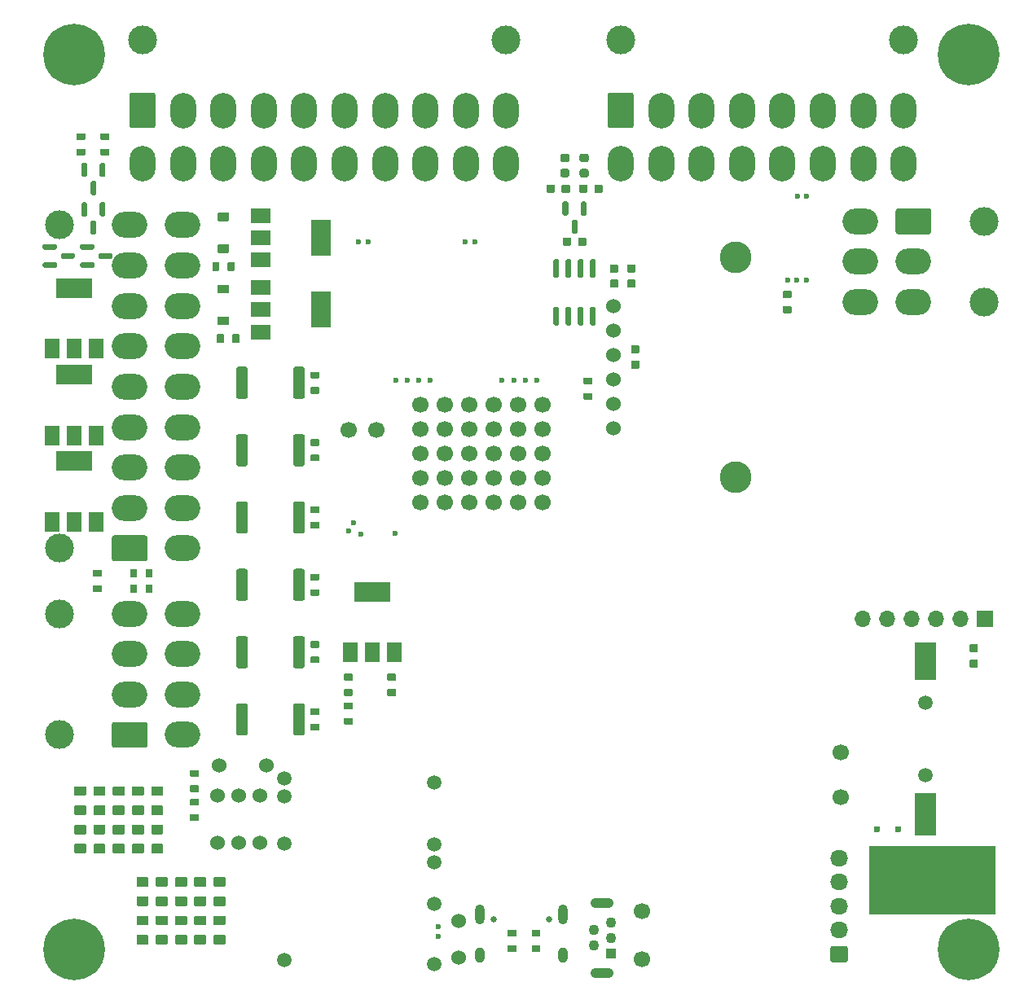
<source format=gbs>
G04 #@! TF.GenerationSoftware,KiCad,Pcbnew,7.0.10-7.0.10~ubuntu22.04.1*
G04 #@! TF.CreationDate,2024-01-14T14:03:04+00:00*
G04 #@! TF.ProjectId,uaefi,75616566-692e-46b6-9963-61645f706362,rev?*
G04 #@! TF.SameCoordinates,Original*
G04 #@! TF.FileFunction,Soldermask,Bot*
G04 #@! TF.FilePolarity,Negative*
%FSLAX46Y46*%
G04 Gerber Fmt 4.6, Leading zero omitted, Abs format (unit mm)*
G04 Created by KiCad (PCBNEW 7.0.10-7.0.10~ubuntu22.04.1) date 2024-01-14 14:03:04*
%MOMM*%
%LPD*%
G01*
G04 APERTURE LIST*
%ADD10C,0.120000*%
%ADD11C,3.000000*%
%ADD12O,2.700000X3.700000*%
%ADD13C,1.700000*%
%ADD14C,0.800000*%
%ADD15C,6.400000*%
%ADD16C,1.524000*%
%ADD17O,1.850000X1.700000*%
%ADD18C,0.600000*%
%ADD19R,1.100000X1.100000*%
%ADD20C,1.100000*%
%ADD21O,2.400000X1.100000*%
%ADD22C,1.500000*%
%ADD23C,0.599999*%
%ADD24O,3.700000X2.700000*%
%ADD25C,0.650000*%
%ADD26O,1.000000X2.100000*%
%ADD27O,1.000000X1.600000*%
%ADD28R,1.700000X1.700000*%
%ADD29O,1.700000X1.700000*%
%ADD30C,3.302000*%
%ADD31R,2.299995X4.399991*%
%ADD32R,2.299995X3.999992*%
%ADD33R,1.500000X2.000000*%
%ADD34R,3.800000X2.000000*%
%ADD35R,2.000000X1.500000*%
%ADD36R,2.000000X3.800000*%
G04 APERTURE END LIST*
G04 #@! TO.C,U5*
D10*
X99150000Y7225000D02*
X86150000Y7225000D01*
X86150000Y14225000D01*
X99150000Y14225000D01*
X99150000Y7225000D01*
G36*
X99150000Y7225000D02*
G01*
X86150000Y7225000D01*
X86150000Y14225000D01*
X99150000Y14225000D01*
X99150000Y7225000D01*
G37*
G04 #@! TD*
D11*
G04 #@! TO.C,J10*
X60300000Y98025000D03*
X89700000Y98025000D03*
G36*
G01*
X58950000Y89125001D02*
X58950000Y92324999D01*
G75*
G02*
X59200001Y92575000I250001J0D01*
G01*
X61399999Y92575000D01*
G75*
G02*
X61650000Y92324999I0J-250001D01*
G01*
X61650000Y89125001D01*
G75*
G02*
X61399999Y88875000I-250001J0D01*
G01*
X59200001Y88875000D01*
G75*
G02*
X58950000Y89125001I0J250001D01*
G01*
G37*
D12*
X64500000Y90725000D03*
X68700000Y90725000D03*
X72900000Y90725000D03*
X77100000Y90725000D03*
X81300000Y90725000D03*
X85500000Y90725000D03*
X89700000Y90725000D03*
X60300000Y85225000D03*
X64500000Y85225000D03*
X68700000Y85225000D03*
X72900000Y85225000D03*
X77100000Y85225000D03*
X81300000Y85225000D03*
X85500000Y85225000D03*
X89700000Y85225000D03*
G04 #@! TD*
D13*
G04 #@! TO.C,P8*
X83200000Y19300000D03*
G04 #@! TD*
D11*
G04 #@! TO.C,J2*
X10600000Y98025000D03*
X48400000Y98025000D03*
G36*
G01*
X9250000Y89125001D02*
X9250000Y92324999D01*
G75*
G02*
X9500001Y92575000I250001J0D01*
G01*
X11699999Y92575000D01*
G75*
G02*
X11950000Y92324999I0J-250001D01*
G01*
X11950000Y89125001D01*
G75*
G02*
X11699999Y88875000I-250001J0D01*
G01*
X9500001Y88875000D01*
G75*
G02*
X9250000Y89125001I0J250001D01*
G01*
G37*
D12*
X14800000Y90725000D03*
X19000000Y90725000D03*
X23200000Y90725000D03*
X27400000Y90725000D03*
X31600000Y90725000D03*
X35800000Y90725000D03*
X40000000Y90725000D03*
X44200000Y90725000D03*
X48400000Y90725000D03*
X10600000Y85225000D03*
X14800000Y85225000D03*
X19000000Y85225000D03*
X23200000Y85225000D03*
X27400000Y85225000D03*
X31600000Y85225000D03*
X35800000Y85225000D03*
X40000000Y85225000D03*
X44200000Y85225000D03*
X48400000Y85225000D03*
G04 #@! TD*
D13*
G04 #@! TO.C,P1*
X32000000Y57500000D03*
G04 #@! TD*
G04 #@! TO.C,P2*
X34900000Y57500000D03*
G04 #@! TD*
D14*
G04 #@! TO.C,H1*
X1100000Y96500000D03*
X1802944Y98197056D03*
X1802944Y94802944D03*
X3500000Y98900000D03*
D15*
X3500000Y96500000D03*
D14*
X3500000Y94100000D03*
X5197056Y98197056D03*
X5197056Y94802944D03*
X5900000Y96500000D03*
G04 #@! TD*
G04 #@! TO.C,H4*
X94100000Y96500000D03*
X94802944Y98197056D03*
X94802944Y94802944D03*
X96500000Y98900000D03*
D15*
X96500000Y96500000D03*
D14*
X96500000Y94100000D03*
X98197056Y98197056D03*
X98197056Y94802944D03*
X98900000Y96500000D03*
G04 #@! TD*
D16*
G04 #@! TO.C,F4*
X18400000Y19450000D03*
X18400000Y14550000D03*
G04 #@! TD*
G04 #@! TO.C,J7*
G36*
G01*
X83675000Y2150000D02*
X82325000Y2150000D01*
G75*
G02*
X82075000Y2400000I0J250000D01*
G01*
X82075000Y3600000D01*
G75*
G02*
X82325000Y3850000I250000J0D01*
G01*
X83675000Y3850000D01*
G75*
G02*
X83925000Y3600000I0J-250000D01*
G01*
X83925000Y2400000D01*
G75*
G02*
X83675000Y2150000I-250000J0D01*
G01*
G37*
D17*
X83000000Y5500000D03*
X83000000Y8000000D03*
X83000000Y10500000D03*
X83000000Y13000000D03*
G04 #@! TD*
D13*
G04 #@! TO.C,P4*
X62500000Y7500000D03*
G04 #@! TD*
D14*
G04 #@! TO.C,H2*
X1100000Y3500000D03*
X1802944Y5197056D03*
X1802944Y1802944D03*
X3500000Y5900000D03*
D15*
X3500000Y3500000D03*
D14*
X3500000Y1100000D03*
X5197056Y5197056D03*
X5197056Y1802944D03*
X5900000Y3500000D03*
G04 #@! TD*
D18*
G04 #@! TO.C,M3*
X49175000Y62675000D03*
X47975000Y62675000D03*
X50375000Y62675000D03*
X51575000Y62675000D03*
X45115000Y77100000D03*
X44115000Y77100000D03*
G04 #@! TD*
D19*
G04 #@! TO.C,J8*
X59250000Y3100000D03*
D20*
X57500000Y3900000D03*
X59250000Y4700000D03*
X57500000Y5500000D03*
X59250000Y6300000D03*
D21*
X58375000Y1050000D03*
X58375000Y8350000D03*
G04 #@! TD*
D16*
G04 #@! TO.C,F3*
X20600000Y19450000D03*
X20600000Y14550000D03*
G04 #@! TD*
D18*
G04 #@! TO.C,M2*
X79574999Y73125000D03*
X78624999Y73125000D03*
X77675001Y73125000D03*
X78674999Y81825000D03*
X79574999Y81825000D03*
G04 #@! TD*
D22*
G04 #@! TO.C,M1*
X40874995Y20824999D03*
X40874995Y14425002D03*
X40874995Y12524999D03*
X40874995Y8224999D03*
D18*
X41324994Y5825002D03*
X41324994Y4825001D03*
D22*
X40874995Y1974999D03*
X25374998Y21275001D03*
X25374998Y19425002D03*
X25374998Y14474999D03*
X25374998Y2425001D03*
G04 #@! TD*
D23*
G04 #@! TO.C,M7*
X31999999Y46975001D03*
X32524999Y47850003D03*
X33274997Y46674999D03*
X36824998Y46750002D03*
G04 #@! TD*
D11*
G04 #@! TO.C,J5*
X1975000Y45200000D03*
X1975000Y78800000D03*
G36*
G01*
X10874999Y43850000D02*
X7675001Y43850000D01*
G75*
G02*
X7425000Y44100001I0J250001D01*
G01*
X7425000Y46299999D01*
G75*
G02*
X7675001Y46550000I250001J0D01*
G01*
X10874999Y46550000D01*
G75*
G02*
X11125000Y46299999I0J-250001D01*
G01*
X11125000Y44100001D01*
G75*
G02*
X10874999Y43850000I-250001J0D01*
G01*
G37*
D24*
X9275000Y49400000D03*
X9275000Y53600000D03*
X9275000Y57800000D03*
X9275000Y62000000D03*
X9275000Y66200000D03*
X9275000Y70400000D03*
X9275000Y74600000D03*
X9275000Y78800000D03*
X14775000Y45200000D03*
X14775000Y49400000D03*
X14775000Y53600000D03*
X14775000Y57800000D03*
X14775000Y62000000D03*
X14775000Y66200000D03*
X14775000Y70400000D03*
X14775000Y74600000D03*
X14775000Y78800000D03*
G04 #@! TD*
D11*
G04 #@! TO.C,J3*
X98025000Y79200000D03*
X98025000Y70800000D03*
G36*
G01*
X89125001Y80550000D02*
X92324999Y80550000D01*
G75*
G02*
X92575000Y80299999I0J-250001D01*
G01*
X92575000Y78100001D01*
G75*
G02*
X92324999Y77850000I-250001J0D01*
G01*
X89125001Y77850000D01*
G75*
G02*
X88875000Y78100001I0J250001D01*
G01*
X88875000Y80299999D01*
G75*
G02*
X89125001Y80550000I250001J0D01*
G01*
G37*
D24*
X90725000Y75000000D03*
X90725000Y70800000D03*
X85225000Y79200000D03*
X85225000Y75000000D03*
X85225000Y70800000D03*
G04 #@! TD*
D16*
G04 #@! TO.C,F1*
X22800000Y19450000D03*
X22800000Y14550000D03*
G04 #@! TD*
D13*
G04 #@! TO.C,G3*
X39500000Y49960000D03*
X39500000Y52500000D03*
X39500000Y55040000D03*
X39500000Y57580000D03*
X39500000Y60120000D03*
X42040000Y49960000D03*
X42040000Y52500000D03*
X42040000Y55040000D03*
X42040000Y57580000D03*
X42040000Y60120000D03*
X44580000Y49960000D03*
X44580000Y52500000D03*
X44580000Y55040000D03*
X44580000Y57580000D03*
X44580000Y60120000D03*
G04 #@! TD*
G04 #@! TO.C,P3*
X62500000Y2500000D03*
G04 #@! TD*
D16*
G04 #@! TO.C,R4*
X43474609Y6474609D03*
X43474609Y2664609D03*
G04 #@! TD*
D11*
G04 #@! TO.C,J4*
X1975000Y25800000D03*
X1975000Y38400000D03*
G36*
G01*
X10874999Y24450000D02*
X7675001Y24450000D01*
G75*
G02*
X7425000Y24700001I0J250001D01*
G01*
X7425000Y26899999D01*
G75*
G02*
X7675001Y27150000I250001J0D01*
G01*
X10874999Y27150000D01*
G75*
G02*
X11125000Y26899999I0J-250001D01*
G01*
X11125000Y24700001D01*
G75*
G02*
X10874999Y24450000I-250001J0D01*
G01*
G37*
D24*
X9275000Y30000000D03*
X9275000Y34200000D03*
X9275000Y38400000D03*
X14775000Y25800000D03*
X14775000Y30000000D03*
X14775000Y34200000D03*
X14775000Y38400000D03*
G04 #@! TD*
D13*
G04 #@! TO.C,P7*
X83200000Y24000000D03*
G04 #@! TD*
D25*
G04 #@! TO.C,J9*
X47110000Y6605000D03*
X52890000Y6605000D03*
D26*
X45680000Y7105000D03*
D27*
X45680000Y2925000D03*
D26*
X54320000Y7105000D03*
D27*
X54320000Y2925000D03*
G04 #@! TD*
D14*
G04 #@! TO.C,H3*
X94100000Y3500000D03*
X94802944Y5197056D03*
X94802944Y1802944D03*
X96500000Y5900000D03*
D15*
X96500000Y3500000D03*
D14*
X96500000Y1100000D03*
X98197056Y5197056D03*
X98197056Y1802944D03*
X98900000Y3500000D03*
G04 #@! TD*
D18*
G04 #@! TO.C,M4*
X38125000Y62675000D03*
X36925000Y62675000D03*
X39325000Y62675000D03*
X40525000Y62675000D03*
X34065000Y77100000D03*
X33065000Y77100000D03*
G04 #@! TD*
D16*
G04 #@! TO.C,F2*
X18550000Y22600000D03*
X23450000Y22600000D03*
G04 #@! TD*
D28*
G04 #@! TO.C,J6*
X98150000Y37900000D03*
D29*
X95610000Y37900000D03*
X93070000Y37900000D03*
X90530000Y37900000D03*
X87990000Y37900000D03*
X85450000Y37900000D03*
G04 #@! TD*
D30*
G04 #@! TO.C,U3*
X72203250Y75430000D03*
X72203250Y52570000D03*
D16*
X59503250Y70350000D03*
X59503250Y67810000D03*
X59503250Y65270000D03*
X59503250Y62730000D03*
X59503250Y60190000D03*
X59503250Y57650000D03*
G04 #@! TD*
D13*
G04 #@! TO.C,G4*
X47120000Y49960000D03*
X47120000Y52500000D03*
X47120000Y55040000D03*
X47120000Y57580000D03*
X47120000Y60120000D03*
X49660000Y49960000D03*
X49660000Y52500000D03*
X49660000Y55040000D03*
X49660000Y57580000D03*
X49660000Y60120000D03*
X52200000Y49960000D03*
X52200000Y52500000D03*
X52200000Y55040000D03*
X52200000Y57580000D03*
X52200000Y60120000D03*
G04 #@! TD*
G04 #@! TO.C,D8*
G36*
G01*
X54400000Y81257023D02*
X54700000Y81257023D01*
G75*
G02*
X54850000Y81107023I0J-150000D01*
G01*
X54850000Y79932023D01*
G75*
G02*
X54700000Y79782023I-150000J0D01*
G01*
X54400000Y79782023D01*
G75*
G02*
X54250000Y79932023I0J150000D01*
G01*
X54250000Y81107023D01*
G75*
G02*
X54400000Y81257023I150000J0D01*
G01*
G37*
G36*
G01*
X56300000Y81257023D02*
X56600000Y81257023D01*
G75*
G02*
X56750000Y81107023I0J-150000D01*
G01*
X56750000Y79932023D01*
G75*
G02*
X56600000Y79782023I-150000J0D01*
G01*
X56300000Y79782023D01*
G75*
G02*
X56150000Y79932023I0J150000D01*
G01*
X56150000Y81107023D01*
G75*
G02*
X56300000Y81257023I150000J0D01*
G01*
G37*
G36*
G01*
X55350000Y79382023D02*
X55650000Y79382023D01*
G75*
G02*
X55800000Y79232023I0J-150000D01*
G01*
X55800000Y78057023D01*
G75*
G02*
X55650000Y77907023I-150000J0D01*
G01*
X55350000Y77907023D01*
G75*
G02*
X55200000Y78057023I0J150000D01*
G01*
X55200000Y79232023D01*
G75*
G02*
X55350000Y79382023I150000J0D01*
G01*
G37*
G04 #@! TD*
G04 #@! TO.C,C10*
G36*
G01*
X12650000Y13460000D02*
X11600000Y13460000D01*
G75*
G02*
X11500000Y13560000I0J100000D01*
G01*
X11500000Y14360000D01*
G75*
G02*
X11600000Y14460000I100000J0D01*
G01*
X12650000Y14460000D01*
G75*
G02*
X12750000Y14360000I0J-100000D01*
G01*
X12750000Y13560000D01*
G75*
G02*
X12650000Y13460000I-100000J0D01*
G01*
G37*
G36*
G01*
X12650000Y15460000D02*
X11600000Y15460000D01*
G75*
G02*
X11500000Y15560000I0J100000D01*
G01*
X11500000Y16360000D01*
G75*
G02*
X11600000Y16460000I100000J0D01*
G01*
X12650000Y16460000D01*
G75*
G02*
X12750000Y16360000I0J-100000D01*
G01*
X12750000Y15560000D01*
G75*
G02*
X12650000Y15460000I-100000J0D01*
G01*
G37*
G04 #@! TD*
G04 #@! TO.C,C27*
G36*
G01*
X61460000Y66315001D02*
X62140000Y66315001D01*
G75*
G02*
X62225000Y66230001I0J-85000D01*
G01*
X62225000Y65550001D01*
G75*
G02*
X62140000Y65465001I-85000J0D01*
G01*
X61460000Y65465001D01*
G75*
G02*
X61375000Y65550001I0J85000D01*
G01*
X61375000Y66230001D01*
G75*
G02*
X61460000Y66315001I85000J0D01*
G01*
G37*
G36*
G01*
X61460000Y64734999D02*
X62140000Y64734999D01*
G75*
G02*
X62225000Y64649999I0J-85000D01*
G01*
X62225000Y63969999D01*
G75*
G02*
X62140000Y63884999I-85000J0D01*
G01*
X61460000Y63884999D01*
G75*
G02*
X61375000Y63969999I0J85000D01*
G01*
X61375000Y64649999D01*
G75*
G02*
X61460000Y64734999I85000J0D01*
G01*
G37*
G04 #@! TD*
G04 #@! TO.C,D4*
G36*
G01*
X19510000Y75900000D02*
X18490000Y75900000D01*
G75*
G02*
X18400000Y75990000I0J90000D01*
G01*
X18400000Y76710000D01*
G75*
G02*
X18490000Y76800000I90000J0D01*
G01*
X19510000Y76800000D01*
G75*
G02*
X19600000Y76710000I0J-90000D01*
G01*
X19600000Y75990000D01*
G75*
G02*
X19510000Y75900000I-90000J0D01*
G01*
G37*
G36*
G01*
X19510000Y79200000D02*
X18490000Y79200000D01*
G75*
G02*
X18400000Y79290000I0J90000D01*
G01*
X18400000Y80010000D01*
G75*
G02*
X18490000Y80100000I90000J0D01*
G01*
X19510000Y80100000D01*
G75*
G02*
X19600000Y80010000I0J-90000D01*
G01*
X19600000Y79290000D01*
G75*
G02*
X19510000Y79200000I-90000J0D01*
G01*
G37*
G04 #@! TD*
D22*
G04 #@! TO.C,BT1*
X92000000Y21600142D03*
X92000000Y29100000D03*
D31*
X92000000Y17500048D03*
D32*
X92000000Y33500067D03*
G04 #@! TD*
G04 #@! TO.C,R31*
G36*
G01*
X9350000Y42210000D02*
X9350000Y42990000D01*
G75*
G02*
X9420000Y43060000I70000J0D01*
G01*
X9980000Y43060000D01*
G75*
G02*
X10050000Y42990000I0J-70000D01*
G01*
X10050000Y42210000D01*
G75*
G02*
X9980000Y42140000I-70000J0D01*
G01*
X9420000Y42140000D01*
G75*
G02*
X9350000Y42210000I0J70000D01*
G01*
G37*
G36*
G01*
X10950000Y42210000D02*
X10950000Y42990000D01*
G75*
G02*
X11020000Y43060000I70000J0D01*
G01*
X11580000Y43060000D01*
G75*
G02*
X11650000Y42990000I0J-70000D01*
G01*
X11650000Y42210000D01*
G75*
G02*
X11580000Y42140000I-70000J0D01*
G01*
X11020000Y42140000D01*
G75*
G02*
X10950000Y42210000I0J70000D01*
G01*
G37*
G04 #@! TD*
G04 #@! TO.C,C30*
G36*
G01*
X58405002Y82940000D02*
X58405002Y82260000D01*
G75*
G02*
X58320002Y82175000I-85000J0D01*
G01*
X57640002Y82175000D01*
G75*
G02*
X57555002Y82260000I0J85000D01*
G01*
X57555002Y82940000D01*
G75*
G02*
X57640002Y83025000I85000J0D01*
G01*
X58320002Y83025000D01*
G75*
G02*
X58405002Y82940000I0J-85000D01*
G01*
G37*
G36*
G01*
X56825000Y82940000D02*
X56825000Y82260000D01*
G75*
G02*
X56740000Y82175000I-85000J0D01*
G01*
X56060000Y82175000D01*
G75*
G02*
X55975000Y82260000I0J85000D01*
G01*
X55975000Y82940000D01*
G75*
G02*
X56060000Y83025000I85000J0D01*
G01*
X56740000Y83025000D01*
G75*
G02*
X56825000Y82940000I0J-85000D01*
G01*
G37*
G04 #@! TD*
G04 #@! TO.C,C7*
G36*
G01*
X6650000Y13460000D02*
X5600000Y13460000D01*
G75*
G02*
X5500000Y13560000I0J100000D01*
G01*
X5500000Y14360000D01*
G75*
G02*
X5600000Y14460000I100000J0D01*
G01*
X6650000Y14460000D01*
G75*
G02*
X6750000Y14360000I0J-100000D01*
G01*
X6750000Y13560000D01*
G75*
G02*
X6650000Y13460000I-100000J0D01*
G01*
G37*
G36*
G01*
X6650000Y15460000D02*
X5600000Y15460000D01*
G75*
G02*
X5500000Y15560000I0J100000D01*
G01*
X5500000Y16360000D01*
G75*
G02*
X5600000Y16460000I100000J0D01*
G01*
X6650000Y16460000D01*
G75*
G02*
X6750000Y16360000I0J-100000D01*
G01*
X6750000Y15560000D01*
G75*
G02*
X6650000Y15460000I-100000J0D01*
G01*
G37*
G04 #@! TD*
G04 #@! TO.C,C33*
G36*
G01*
X96660000Y35215001D02*
X97340000Y35215001D01*
G75*
G02*
X97425000Y35130001I0J-85000D01*
G01*
X97425000Y34450001D01*
G75*
G02*
X97340000Y34365001I-85000J0D01*
G01*
X96660000Y34365001D01*
G75*
G02*
X96575000Y34450001I0J85000D01*
G01*
X96575000Y35130001D01*
G75*
G02*
X96660000Y35215001I85000J0D01*
G01*
G37*
G36*
G01*
X96660000Y33634999D02*
X97340000Y33634999D01*
G75*
G02*
X97425000Y33549999I0J-85000D01*
G01*
X97425000Y32869999D01*
G75*
G02*
X97340000Y32784999I-85000J0D01*
G01*
X96660000Y32784999D01*
G75*
G02*
X96575000Y32869999I0J85000D01*
G01*
X96575000Y33549999D01*
G75*
G02*
X96660000Y33634999I85000J0D01*
G01*
G37*
G04 #@! TD*
G04 #@! TO.C,C29*
G36*
G01*
X54284999Y76742023D02*
X54284999Y77422023D01*
G75*
G02*
X54369999Y77507023I85000J0D01*
G01*
X55049999Y77507023D01*
G75*
G02*
X55134999Y77422023I0J-85000D01*
G01*
X55134999Y76742023D01*
G75*
G02*
X55049999Y76657023I-85000J0D01*
G01*
X54369999Y76657023D01*
G75*
G02*
X54284999Y76742023I0J85000D01*
G01*
G37*
G36*
G01*
X55865001Y76742023D02*
X55865001Y77422023D01*
G75*
G02*
X55950001Y77507023I85000J0D01*
G01*
X56630001Y77507023D01*
G75*
G02*
X56715001Y77422023I0J-85000D01*
G01*
X56715001Y76742023D01*
G75*
G02*
X56630001Y76657023I-85000J0D01*
G01*
X55950001Y76657023D01*
G75*
G02*
X55865001Y76742023I0J85000D01*
G01*
G37*
G04 #@! TD*
G04 #@! TO.C,R34*
G36*
G01*
X6290000Y40650000D02*
X5510000Y40650000D01*
G75*
G02*
X5440000Y40720000I0J70000D01*
G01*
X5440000Y41280000D01*
G75*
G02*
X5510000Y41350000I70000J0D01*
G01*
X6290000Y41350000D01*
G75*
G02*
X6360000Y41280000I0J-70000D01*
G01*
X6360000Y40720000D01*
G75*
G02*
X6290000Y40650000I-70000J0D01*
G01*
G37*
G36*
G01*
X6290000Y42250000D02*
X5510000Y42250000D01*
G75*
G02*
X5440000Y42320000I0J70000D01*
G01*
X5440000Y42880000D01*
G75*
G02*
X5510000Y42950000I70000J0D01*
G01*
X6290000Y42950000D01*
G75*
G02*
X6360000Y42880000I0J-70000D01*
G01*
X6360000Y42320000D01*
G75*
G02*
X6290000Y42250000I-70000J0D01*
G01*
G37*
G04 #@! TD*
G04 #@! TO.C,C17*
G36*
G01*
X16075000Y11000000D02*
X17125000Y11000000D01*
G75*
G02*
X17225000Y10900000I0J-100000D01*
G01*
X17225000Y10100000D01*
G75*
G02*
X17125000Y10000000I-100000J0D01*
G01*
X16075000Y10000000D01*
G75*
G02*
X15975000Y10100000I0J100000D01*
G01*
X15975000Y10900000D01*
G75*
G02*
X16075000Y11000000I100000J0D01*
G01*
G37*
G36*
G01*
X16075000Y9000000D02*
X17125000Y9000000D01*
G75*
G02*
X17225000Y8900000I0J-100000D01*
G01*
X17225000Y8100000D01*
G75*
G02*
X17125000Y8000000I-100000J0D01*
G01*
X16075000Y8000000D01*
G75*
G02*
X15975000Y8100000I0J100000D01*
G01*
X15975000Y8900000D01*
G75*
G02*
X16075000Y9000000I100000J0D01*
G01*
G37*
G04 #@! TD*
G04 #@! TO.C,R20*
G36*
G01*
X27475000Y63825000D02*
X27475000Y60975000D01*
G75*
G02*
X27225000Y60725000I-250000J0D01*
G01*
X26500000Y60725000D01*
G75*
G02*
X26250000Y60975000I0J250000D01*
G01*
X26250000Y63825000D01*
G75*
G02*
X26500000Y64075000I250000J0D01*
G01*
X27225000Y64075000D01*
G75*
G02*
X27475000Y63825000I0J-250000D01*
G01*
G37*
G36*
G01*
X21550000Y63825000D02*
X21550000Y60975000D01*
G75*
G02*
X21300000Y60725000I-250000J0D01*
G01*
X20575000Y60725000D01*
G75*
G02*
X20325000Y60975000I0J250000D01*
G01*
X20325000Y63825000D01*
G75*
G02*
X20575000Y64075000I250000J0D01*
G01*
X21300000Y64075000D01*
G75*
G02*
X21550000Y63825000I0J-250000D01*
G01*
G37*
G04 #@! TD*
G04 #@! TO.C,C3*
G36*
G01*
X7600000Y20460000D02*
X8650000Y20460000D01*
G75*
G02*
X8750000Y20360000I0J-100000D01*
G01*
X8750000Y19560000D01*
G75*
G02*
X8650000Y19460000I-100000J0D01*
G01*
X7600000Y19460000D01*
G75*
G02*
X7500000Y19560000I0J100000D01*
G01*
X7500000Y20360000D01*
G75*
G02*
X7600000Y20460000I100000J0D01*
G01*
G37*
G36*
G01*
X7600000Y18460000D02*
X8650000Y18460000D01*
G75*
G02*
X8750000Y18360000I0J-100000D01*
G01*
X8750000Y17560000D01*
G75*
G02*
X8650000Y17460000I-100000J0D01*
G01*
X7600000Y17460000D01*
G75*
G02*
X7500000Y17560000I0J100000D01*
G01*
X7500000Y18360000D01*
G75*
G02*
X7600000Y18460000I100000J0D01*
G01*
G37*
G04 #@! TD*
G04 #@! TO.C,C23*
G36*
G01*
X19125000Y4000000D02*
X18075000Y4000000D01*
G75*
G02*
X17975000Y4100000I0J100000D01*
G01*
X17975000Y4900000D01*
G75*
G02*
X18075000Y5000000I100000J0D01*
G01*
X19125000Y5000000D01*
G75*
G02*
X19225000Y4900000I0J-100000D01*
G01*
X19225000Y4100000D01*
G75*
G02*
X19125000Y4000000I-100000J0D01*
G01*
G37*
G36*
G01*
X19125000Y6000000D02*
X18075000Y6000000D01*
G75*
G02*
X17975000Y6100000I0J100000D01*
G01*
X17975000Y6900000D01*
G75*
G02*
X18075000Y7000000I100000J0D01*
G01*
X19125000Y7000000D01*
G75*
G02*
X19225000Y6900000I0J-100000D01*
G01*
X19225000Y6100000D01*
G75*
G02*
X19125000Y6000000I-100000J0D01*
G01*
G37*
G04 #@! TD*
G04 #@! TO.C,U4*
G36*
G01*
X53445000Y75250000D02*
X53745000Y75250000D01*
G75*
G02*
X53895000Y75100000I0J-150000D01*
G01*
X53895000Y73450000D01*
G75*
G02*
X53745000Y73300000I-150000J0D01*
G01*
X53445000Y73300000D01*
G75*
G02*
X53295000Y73450000I0J150000D01*
G01*
X53295000Y75100000D01*
G75*
G02*
X53445000Y75250000I150000J0D01*
G01*
G37*
G36*
G01*
X54715000Y75250000D02*
X55015000Y75250000D01*
G75*
G02*
X55165000Y75100000I0J-150000D01*
G01*
X55165000Y73450000D01*
G75*
G02*
X55015000Y73300000I-150000J0D01*
G01*
X54715000Y73300000D01*
G75*
G02*
X54565000Y73450000I0J150000D01*
G01*
X54565000Y75100000D01*
G75*
G02*
X54715000Y75250000I150000J0D01*
G01*
G37*
G36*
G01*
X55985000Y75250000D02*
X56285000Y75250000D01*
G75*
G02*
X56435000Y75100000I0J-150000D01*
G01*
X56435000Y73450000D01*
G75*
G02*
X56285000Y73300000I-150000J0D01*
G01*
X55985000Y73300000D01*
G75*
G02*
X55835000Y73450000I0J150000D01*
G01*
X55835000Y75100000D01*
G75*
G02*
X55985000Y75250000I150000J0D01*
G01*
G37*
G36*
G01*
X57255000Y75250000D02*
X57555000Y75250000D01*
G75*
G02*
X57705000Y75100000I0J-150000D01*
G01*
X57705000Y73450000D01*
G75*
G02*
X57555000Y73300000I-150000J0D01*
G01*
X57255000Y73300000D01*
G75*
G02*
X57105000Y73450000I0J150000D01*
G01*
X57105000Y75100000D01*
G75*
G02*
X57255000Y75250000I150000J0D01*
G01*
G37*
G36*
G01*
X57255000Y70300000D02*
X57555000Y70300000D01*
G75*
G02*
X57705000Y70150000I0J-150000D01*
G01*
X57705000Y68500000D01*
G75*
G02*
X57555000Y68350000I-150000J0D01*
G01*
X57255000Y68350000D01*
G75*
G02*
X57105000Y68500000I0J150000D01*
G01*
X57105000Y70150000D01*
G75*
G02*
X57255000Y70300000I150000J0D01*
G01*
G37*
G36*
G01*
X55985000Y70300000D02*
X56285000Y70300000D01*
G75*
G02*
X56435000Y70150000I0J-150000D01*
G01*
X56435000Y68500000D01*
G75*
G02*
X56285000Y68350000I-150000J0D01*
G01*
X55985000Y68350000D01*
G75*
G02*
X55835000Y68500000I0J150000D01*
G01*
X55835000Y70150000D01*
G75*
G02*
X55985000Y70300000I150000J0D01*
G01*
G37*
G36*
G01*
X54715000Y70300000D02*
X55015000Y70300000D01*
G75*
G02*
X55165000Y70150000I0J-150000D01*
G01*
X55165000Y68500000D01*
G75*
G02*
X55015000Y68350000I-150000J0D01*
G01*
X54715000Y68350000D01*
G75*
G02*
X54565000Y68500000I0J150000D01*
G01*
X54565000Y70150000D01*
G75*
G02*
X54715000Y70300000I150000J0D01*
G01*
G37*
G36*
G01*
X53445000Y70300000D02*
X53745000Y70300000D01*
G75*
G02*
X53895000Y70150000I0J-150000D01*
G01*
X53895000Y68500000D01*
G75*
G02*
X53745000Y68350000I-150000J0D01*
G01*
X53445000Y68350000D01*
G75*
G02*
X53295000Y68500000I0J150000D01*
G01*
X53295000Y70150000D01*
G75*
G02*
X53445000Y70300000I150000J0D01*
G01*
G37*
G04 #@! TD*
G04 #@! TO.C,C1*
G36*
G01*
X3600000Y20460000D02*
X4650000Y20460000D01*
G75*
G02*
X4750000Y20360000I0J-100000D01*
G01*
X4750000Y19560000D01*
G75*
G02*
X4650000Y19460000I-100000J0D01*
G01*
X3600000Y19460000D01*
G75*
G02*
X3500000Y19560000I0J100000D01*
G01*
X3500000Y20360000D01*
G75*
G02*
X3600000Y20460000I100000J0D01*
G01*
G37*
G36*
G01*
X3600000Y18460000D02*
X4650000Y18460000D01*
G75*
G02*
X4750000Y18360000I0J-100000D01*
G01*
X4750000Y17560000D01*
G75*
G02*
X4650000Y17460000I-100000J0D01*
G01*
X3600000Y17460000D01*
G75*
G02*
X3500000Y17560000I0J100000D01*
G01*
X3500000Y18360000D01*
G75*
G02*
X3600000Y18460000I100000J0D01*
G01*
G37*
G04 #@! TD*
G04 #@! TO.C,R26*
G36*
G01*
X27475000Y42825000D02*
X27475000Y39975000D01*
G75*
G02*
X27225000Y39725000I-250000J0D01*
G01*
X26500000Y39725000D01*
G75*
G02*
X26250000Y39975000I0J250000D01*
G01*
X26250000Y42825000D01*
G75*
G02*
X26500000Y43075000I250000J0D01*
G01*
X27225000Y43075000D01*
G75*
G02*
X27475000Y42825000I0J-250000D01*
G01*
G37*
G36*
G01*
X21550000Y42825000D02*
X21550000Y39975000D01*
G75*
G02*
X21300000Y39725000I-250000J0D01*
G01*
X20575000Y39725000D01*
G75*
G02*
X20325000Y39975000I0J250000D01*
G01*
X20325000Y42825000D01*
G75*
G02*
X20575000Y43075000I250000J0D01*
G01*
X21300000Y43075000D01*
G75*
G02*
X21550000Y42825000I0J-250000D01*
G01*
G37*
G04 #@! TD*
D33*
G04 #@! TO.C,Q18*
X5800000Y47950000D03*
X3500000Y47950000D03*
X1200000Y47950000D03*
D34*
X3500000Y54250000D03*
G04 #@! TD*
G04 #@! TO.C,C31*
G36*
G01*
X59940000Y72284999D02*
X59260000Y72284999D01*
G75*
G02*
X59175000Y72369999I0J85000D01*
G01*
X59175000Y73049999D01*
G75*
G02*
X59260000Y73134999I85000J0D01*
G01*
X59940000Y73134999D01*
G75*
G02*
X60025000Y73049999I0J-85000D01*
G01*
X60025000Y72369999D01*
G75*
G02*
X59940000Y72284999I-85000J0D01*
G01*
G37*
G36*
G01*
X59940000Y73865001D02*
X59260000Y73865001D01*
G75*
G02*
X59175000Y73950001I0J85000D01*
G01*
X59175000Y74630001D01*
G75*
G02*
X59260000Y74715001I85000J0D01*
G01*
X59940000Y74715001D01*
G75*
G02*
X60025000Y74630001I0J-85000D01*
G01*
X60025000Y73950001D01*
G75*
G02*
X59940000Y73865001I-85000J0D01*
G01*
G37*
G04 #@! TD*
G04 #@! TO.C,C14*
G36*
G01*
X10075000Y11000000D02*
X11125000Y11000000D01*
G75*
G02*
X11225000Y10900000I0J-100000D01*
G01*
X11225000Y10100000D01*
G75*
G02*
X11125000Y10000000I-100000J0D01*
G01*
X10075000Y10000000D01*
G75*
G02*
X9975000Y10100000I0J100000D01*
G01*
X9975000Y10900000D01*
G75*
G02*
X10075000Y11000000I100000J0D01*
G01*
G37*
G36*
G01*
X10075000Y9000000D02*
X11125000Y9000000D01*
G75*
G02*
X11225000Y8900000I0J-100000D01*
G01*
X11225000Y8100000D01*
G75*
G02*
X11125000Y8000000I-100000J0D01*
G01*
X10075000Y8000000D01*
G75*
G02*
X9975000Y8100000I0J100000D01*
G01*
X9975000Y8900000D01*
G75*
G02*
X10075000Y9000000I100000J0D01*
G01*
G37*
G04 #@! TD*
D33*
G04 #@! TO.C,Q15*
X5800000Y56950000D03*
X3500000Y56950000D03*
X1200000Y56950000D03*
D34*
X3500000Y63250000D03*
G04 #@! TD*
G04 #@! TO.C,C19*
G36*
G01*
X11125000Y4000000D02*
X10075000Y4000000D01*
G75*
G02*
X9975000Y4100000I0J100000D01*
G01*
X9975000Y4900000D01*
G75*
G02*
X10075000Y5000000I100000J0D01*
G01*
X11125000Y5000000D01*
G75*
G02*
X11225000Y4900000I0J-100000D01*
G01*
X11225000Y4100000D01*
G75*
G02*
X11125000Y4000000I-100000J0D01*
G01*
G37*
G36*
G01*
X11125000Y6000000D02*
X10075000Y6000000D01*
G75*
G02*
X9975000Y6100000I0J100000D01*
G01*
X9975000Y6900000D01*
G75*
G02*
X10075000Y7000000I100000J0D01*
G01*
X11125000Y7000000D01*
G75*
G02*
X11225000Y6900000I0J-100000D01*
G01*
X11225000Y6100000D01*
G75*
G02*
X11125000Y6000000I-100000J0D01*
G01*
G37*
G04 #@! TD*
G04 #@! TO.C,R27*
G36*
G01*
X27475000Y35825000D02*
X27475000Y32975000D01*
G75*
G02*
X27225000Y32725000I-250000J0D01*
G01*
X26500000Y32725000D01*
G75*
G02*
X26250000Y32975000I0J250000D01*
G01*
X26250000Y35825000D01*
G75*
G02*
X26500000Y36075000I250000J0D01*
G01*
X27225000Y36075000D01*
G75*
G02*
X27475000Y35825000I0J-250000D01*
G01*
G37*
G36*
G01*
X21550000Y35825000D02*
X21550000Y32975000D01*
G75*
G02*
X21300000Y32725000I-250000J0D01*
G01*
X20575000Y32725000D01*
G75*
G02*
X20325000Y32975000I0J250000D01*
G01*
X20325000Y35825000D01*
G75*
G02*
X20575000Y36075000I250000J0D01*
G01*
X21300000Y36075000D01*
G75*
G02*
X21550000Y35825000I0J-250000D01*
G01*
G37*
G04 #@! TD*
G04 #@! TO.C,R21*
G36*
G01*
X27475000Y56825000D02*
X27475000Y53975000D01*
G75*
G02*
X27225000Y53725000I-250000J0D01*
G01*
X26500000Y53725000D01*
G75*
G02*
X26250000Y53975000I0J250000D01*
G01*
X26250000Y56825000D01*
G75*
G02*
X26500000Y57075000I250000J0D01*
G01*
X27225000Y57075000D01*
G75*
G02*
X27475000Y56825000I0J-250000D01*
G01*
G37*
G36*
G01*
X21550000Y56825000D02*
X21550000Y53975000D01*
G75*
G02*
X21300000Y53725000I-250000J0D01*
G01*
X20575000Y53725000D01*
G75*
G02*
X20325000Y53975000I0J250000D01*
G01*
X20325000Y56825000D01*
G75*
G02*
X20575000Y57075000I250000J0D01*
G01*
X21300000Y57075000D01*
G75*
G02*
X21550000Y56825000I0J-250000D01*
G01*
G37*
G04 #@! TD*
G04 #@! TO.C,C4*
G36*
G01*
X9600000Y20460000D02*
X10650000Y20460000D01*
G75*
G02*
X10750000Y20360000I0J-100000D01*
G01*
X10750000Y19560000D01*
G75*
G02*
X10650000Y19460000I-100000J0D01*
G01*
X9600000Y19460000D01*
G75*
G02*
X9500000Y19560000I0J100000D01*
G01*
X9500000Y20360000D01*
G75*
G02*
X9600000Y20460000I100000J0D01*
G01*
G37*
G36*
G01*
X9600000Y18460000D02*
X10650000Y18460000D01*
G75*
G02*
X10750000Y18360000I0J-100000D01*
G01*
X10750000Y17560000D01*
G75*
G02*
X10650000Y17460000I-100000J0D01*
G01*
X9600000Y17460000D01*
G75*
G02*
X9500000Y17560000I0J100000D01*
G01*
X9500000Y18360000D01*
G75*
G02*
X9600000Y18460000I100000J0D01*
G01*
G37*
G04 #@! TD*
G04 #@! TO.C,R10*
G36*
G01*
X18350000Y66610000D02*
X18350000Y67390000D01*
G75*
G02*
X18420000Y67460000I70000J0D01*
G01*
X18980000Y67460000D01*
G75*
G02*
X19050000Y67390000I0J-70000D01*
G01*
X19050000Y66610000D01*
G75*
G02*
X18980000Y66540000I-70000J0D01*
G01*
X18420000Y66540000D01*
G75*
G02*
X18350000Y66610000I0J70000D01*
G01*
G37*
G36*
G01*
X19950000Y66610000D02*
X19950000Y67390000D01*
G75*
G02*
X20020000Y67460000I70000J0D01*
G01*
X20580000Y67460000D01*
G75*
G02*
X20650000Y67390000I0J-70000D01*
G01*
X20650000Y66610000D01*
G75*
G02*
X20580000Y66540000I-70000J0D01*
G01*
X20020000Y66540000D01*
G75*
G02*
X19950000Y66610000I0J70000D01*
G01*
G37*
G04 #@! TD*
G04 #@! TO.C,D2*
G36*
G01*
X19510000Y68400000D02*
X18490000Y68400000D01*
G75*
G02*
X18400000Y68490000I0J90000D01*
G01*
X18400000Y69210000D01*
G75*
G02*
X18490000Y69300000I90000J0D01*
G01*
X19510000Y69300000D01*
G75*
G02*
X19600000Y69210000I0J-90000D01*
G01*
X19600000Y68490000D01*
G75*
G02*
X19510000Y68400000I-90000J0D01*
G01*
G37*
G36*
G01*
X19510000Y71700000D02*
X18490000Y71700000D01*
G75*
G02*
X18400000Y71790000I0J90000D01*
G01*
X18400000Y72510000D01*
G75*
G02*
X18490000Y72600000I90000J0D01*
G01*
X19510000Y72600000D01*
G75*
G02*
X19600000Y72510000I0J-90000D01*
G01*
X19600000Y71790000D01*
G75*
G02*
X19510000Y71700000I-90000J0D01*
G01*
G37*
G04 #@! TD*
G04 #@! TO.C,D1*
G36*
G01*
X87140000Y15700000D02*
X86660000Y15700000D01*
G75*
G02*
X86600000Y15760000I0J60000D01*
G01*
X86600000Y16240000D01*
G75*
G02*
X86660000Y16300000I60000J0D01*
G01*
X87140000Y16300000D01*
G75*
G02*
X87200000Y16240000I0J-60000D01*
G01*
X87200000Y15760000D01*
G75*
G02*
X87140000Y15700000I-60000J0D01*
G01*
G37*
G36*
G01*
X89340000Y15700000D02*
X88860000Y15700000D01*
G75*
G02*
X88800000Y15760000I0J60000D01*
G01*
X88800000Y16240000D01*
G75*
G02*
X88860000Y16300000I60000J0D01*
G01*
X89340000Y16300000D01*
G75*
G02*
X89400000Y16240000I0J-60000D01*
G01*
X89400000Y15760000D01*
G75*
G02*
X89340000Y15700000I-60000J0D01*
G01*
G37*
G04 #@! TD*
G04 #@! TO.C,R19*
G36*
G01*
X28902500Y47250000D02*
X28122500Y47250000D01*
G75*
G02*
X28052500Y47320000I0J70000D01*
G01*
X28052500Y47880000D01*
G75*
G02*
X28122500Y47950000I70000J0D01*
G01*
X28902500Y47950000D01*
G75*
G02*
X28972500Y47880000I0J-70000D01*
G01*
X28972500Y47320000D01*
G75*
G02*
X28902500Y47250000I-70000J0D01*
G01*
G37*
G36*
G01*
X28902500Y48850000D02*
X28122500Y48850000D01*
G75*
G02*
X28052500Y48920000I0J70000D01*
G01*
X28052500Y49480000D01*
G75*
G02*
X28122500Y49550000I70000J0D01*
G01*
X28902500Y49550000D01*
G75*
G02*
X28972500Y49480000I0J-70000D01*
G01*
X28972500Y48920000D01*
G75*
G02*
X28902500Y48850000I-70000J0D01*
G01*
G37*
G04 #@! TD*
G04 #@! TO.C,R33*
G36*
G01*
X31610000Y29150000D02*
X32390000Y29150000D01*
G75*
G02*
X32460000Y29080000I0J-70000D01*
G01*
X32460000Y28520000D01*
G75*
G02*
X32390000Y28450000I-70000J0D01*
G01*
X31610000Y28450000D01*
G75*
G02*
X31540000Y28520000I0J70000D01*
G01*
X31540000Y29080000D01*
G75*
G02*
X31610000Y29150000I70000J0D01*
G01*
G37*
G36*
G01*
X31610000Y27550000D02*
X32390000Y27550000D01*
G75*
G02*
X32460000Y27480000I0J-70000D01*
G01*
X32460000Y26920000D01*
G75*
G02*
X32390000Y26850000I-70000J0D01*
G01*
X31610000Y26850000D01*
G75*
G02*
X31540000Y26920000I0J70000D01*
G01*
X31540000Y27480000D01*
G75*
G02*
X31610000Y27550000I70000J0D01*
G01*
G37*
G04 #@! TD*
G04 #@! TO.C,C21*
G36*
G01*
X15125000Y4000000D02*
X14075000Y4000000D01*
G75*
G02*
X13975000Y4100000I0J100000D01*
G01*
X13975000Y4900000D01*
G75*
G02*
X14075000Y5000000I100000J0D01*
G01*
X15125000Y5000000D01*
G75*
G02*
X15225000Y4900000I0J-100000D01*
G01*
X15225000Y4100000D01*
G75*
G02*
X15125000Y4000000I-100000J0D01*
G01*
G37*
G36*
G01*
X15125000Y6000000D02*
X14075000Y6000000D01*
G75*
G02*
X13975000Y6100000I0J100000D01*
G01*
X13975000Y6900000D01*
G75*
G02*
X14075000Y7000000I100000J0D01*
G01*
X15125000Y7000000D01*
G75*
G02*
X15225000Y6900000I0J-100000D01*
G01*
X15225000Y6100000D01*
G75*
G02*
X15125000Y6000000I-100000J0D01*
G01*
G37*
G04 #@! TD*
G04 #@! TO.C,D6*
G36*
G01*
X4400000Y81175000D02*
X4700000Y81175000D01*
G75*
G02*
X4850000Y81025000I0J-150000D01*
G01*
X4850000Y79850000D01*
G75*
G02*
X4700000Y79700000I-150000J0D01*
G01*
X4400000Y79700000D01*
G75*
G02*
X4250000Y79850000I0J150000D01*
G01*
X4250000Y81025000D01*
G75*
G02*
X4400000Y81175000I150000J0D01*
G01*
G37*
G36*
G01*
X5350000Y79300000D02*
X5650000Y79300000D01*
G75*
G02*
X5800000Y79150000I0J-150000D01*
G01*
X5800000Y77975000D01*
G75*
G02*
X5650000Y77825000I-150000J0D01*
G01*
X5350000Y77825000D01*
G75*
G02*
X5200000Y77975000I0J150000D01*
G01*
X5200000Y79150000D01*
G75*
G02*
X5350000Y79300000I150000J0D01*
G01*
G37*
G36*
G01*
X6300000Y81175000D02*
X6600000Y81175000D01*
G75*
G02*
X6750000Y81025000I0J-150000D01*
G01*
X6750000Y79850000D01*
G75*
G02*
X6600000Y79700000I-150000J0D01*
G01*
X6300000Y79700000D01*
G75*
G02*
X6150000Y79850000I0J150000D01*
G01*
X6150000Y81025000D01*
G75*
G02*
X6300000Y81175000I150000J0D01*
G01*
G37*
G04 #@! TD*
G04 #@! TO.C,R23*
G36*
G01*
X28902500Y40250000D02*
X28122500Y40250000D01*
G75*
G02*
X28052500Y40320000I0J70000D01*
G01*
X28052500Y40880000D01*
G75*
G02*
X28122500Y40950000I70000J0D01*
G01*
X28902500Y40950000D01*
G75*
G02*
X28972500Y40880000I0J-70000D01*
G01*
X28972500Y40320000D01*
G75*
G02*
X28902500Y40250000I-70000J0D01*
G01*
G37*
G36*
G01*
X28902500Y41850000D02*
X28122500Y41850000D01*
G75*
G02*
X28052500Y41920000I0J70000D01*
G01*
X28052500Y42480000D01*
G75*
G02*
X28122500Y42550000I70000J0D01*
G01*
X28902500Y42550000D01*
G75*
G02*
X28972500Y42480000I0J-70000D01*
G01*
X28972500Y41920000D01*
G75*
G02*
X28902500Y41850000I-70000J0D01*
G01*
G37*
G04 #@! TD*
G04 #@! TO.C,Q6*
G36*
G01*
X225000Y74500000D02*
X225000Y74800000D01*
G75*
G02*
X375000Y74950000I150000J0D01*
G01*
X1550000Y74950000D01*
G75*
G02*
X1700000Y74800000I0J-150000D01*
G01*
X1700000Y74500000D01*
G75*
G02*
X1550000Y74350000I-150000J0D01*
G01*
X375000Y74350000D01*
G75*
G02*
X225000Y74500000I0J150000D01*
G01*
G37*
G36*
G01*
X2100000Y75450000D02*
X2100000Y75750000D01*
G75*
G02*
X2250000Y75900000I150000J0D01*
G01*
X3425000Y75900000D01*
G75*
G02*
X3575000Y75750000I0J-150000D01*
G01*
X3575000Y75450000D01*
G75*
G02*
X3425000Y75300000I-150000J0D01*
G01*
X2250000Y75300000D01*
G75*
G02*
X2100000Y75450000I0J150000D01*
G01*
G37*
G36*
G01*
X225000Y76400000D02*
X225000Y76700000D01*
G75*
G02*
X375000Y76850000I150000J0D01*
G01*
X1550000Y76850000D01*
G75*
G02*
X1700000Y76700000I0J-150000D01*
G01*
X1700000Y76400000D01*
G75*
G02*
X1550000Y76250000I-150000J0D01*
G01*
X375000Y76250000D01*
G75*
G02*
X225000Y76400000I0J150000D01*
G01*
G37*
G04 #@! TD*
G04 #@! TO.C,R7*
G36*
G01*
X49390000Y3228318D02*
X48610000Y3228318D01*
G75*
G02*
X48540000Y3298318I0J70000D01*
G01*
X48540000Y3858318D01*
G75*
G02*
X48610000Y3928318I70000J0D01*
G01*
X49390000Y3928318D01*
G75*
G02*
X49460000Y3858318I0J-70000D01*
G01*
X49460000Y3298318D01*
G75*
G02*
X49390000Y3228318I-70000J0D01*
G01*
G37*
G36*
G01*
X49390000Y4828318D02*
X48610000Y4828318D01*
G75*
G02*
X48540000Y4898318I0J70000D01*
G01*
X48540000Y5458318D01*
G75*
G02*
X48610000Y5528318I70000J0D01*
G01*
X49390000Y5528318D01*
G75*
G02*
X49460000Y5458318I0J-70000D01*
G01*
X49460000Y4898318D01*
G75*
G02*
X49390000Y4828318I-70000J0D01*
G01*
G37*
G04 #@! TD*
G04 #@! TO.C,R24*
G36*
G01*
X28902500Y33250000D02*
X28122500Y33250000D01*
G75*
G02*
X28052500Y33320000I0J70000D01*
G01*
X28052500Y33880000D01*
G75*
G02*
X28122500Y33950000I70000J0D01*
G01*
X28902500Y33950000D01*
G75*
G02*
X28972500Y33880000I0J-70000D01*
G01*
X28972500Y33320000D01*
G75*
G02*
X28902500Y33250000I-70000J0D01*
G01*
G37*
G36*
G01*
X28902500Y34850000D02*
X28122500Y34850000D01*
G75*
G02*
X28052500Y34920000I0J70000D01*
G01*
X28052500Y35480000D01*
G75*
G02*
X28122500Y35550000I70000J0D01*
G01*
X28902500Y35550000D01*
G75*
G02*
X28972500Y35480000I0J-70000D01*
G01*
X28972500Y34920000D01*
G75*
G02*
X28902500Y34850000I-70000J0D01*
G01*
G37*
G04 #@! TD*
G04 #@! TO.C,C32*
G36*
G01*
X61740000Y72284999D02*
X61060000Y72284999D01*
G75*
G02*
X60975000Y72369999I0J85000D01*
G01*
X60975000Y73049999D01*
G75*
G02*
X61060000Y73134999I85000J0D01*
G01*
X61740000Y73134999D01*
G75*
G02*
X61825000Y73049999I0J-85000D01*
G01*
X61825000Y72369999D01*
G75*
G02*
X61740000Y72284999I-85000J0D01*
G01*
G37*
G36*
G01*
X61740000Y73865001D02*
X61060000Y73865001D01*
G75*
G02*
X60975000Y73950001I0J85000D01*
G01*
X60975000Y74630001D01*
G75*
G02*
X61060000Y74715001I85000J0D01*
G01*
X61740000Y74715001D01*
G75*
G02*
X61825000Y74630001I0J-85000D01*
G01*
X61825000Y73950001D01*
G75*
G02*
X61740000Y73865001I-85000J0D01*
G01*
G37*
G04 #@! TD*
G04 #@! TO.C,R16*
G36*
G01*
X4590000Y86050000D02*
X3810000Y86050000D01*
G75*
G02*
X3740000Y86120000I0J70000D01*
G01*
X3740000Y86680000D01*
G75*
G02*
X3810000Y86750000I70000J0D01*
G01*
X4590000Y86750000D01*
G75*
G02*
X4660000Y86680000I0J-70000D01*
G01*
X4660000Y86120000D01*
G75*
G02*
X4590000Y86050000I-70000J0D01*
G01*
G37*
G36*
G01*
X4590000Y87650000D02*
X3810000Y87650000D01*
G75*
G02*
X3740000Y87720000I0J70000D01*
G01*
X3740000Y88280000D01*
G75*
G02*
X3810000Y88350000I70000J0D01*
G01*
X4590000Y88350000D01*
G75*
G02*
X4660000Y88280000I0J-70000D01*
G01*
X4660000Y87720000D01*
G75*
G02*
X4590000Y87650000I-70000J0D01*
G01*
G37*
G04 #@! TD*
D35*
G04 #@! TO.C,Q1*
X22850000Y67700000D03*
X22850000Y70000000D03*
X22850000Y72300000D03*
D36*
X29150000Y70000000D03*
G04 #@! TD*
G04 #@! TO.C,R30*
G36*
G01*
X36890000Y29850000D02*
X36110000Y29850000D01*
G75*
G02*
X36040000Y29920000I0J70000D01*
G01*
X36040000Y30480000D01*
G75*
G02*
X36110000Y30550000I70000J0D01*
G01*
X36890000Y30550000D01*
G75*
G02*
X36960000Y30480000I0J-70000D01*
G01*
X36960000Y29920000D01*
G75*
G02*
X36890000Y29850000I-70000J0D01*
G01*
G37*
G36*
G01*
X36890000Y31450000D02*
X36110000Y31450000D01*
G75*
G02*
X36040000Y31520000I0J70000D01*
G01*
X36040000Y32080000D01*
G75*
G02*
X36110000Y32150000I70000J0D01*
G01*
X36890000Y32150000D01*
G75*
G02*
X36960000Y32080000I0J-70000D01*
G01*
X36960000Y31520000D01*
G75*
G02*
X36890000Y31450000I-70000J0D01*
G01*
G37*
G04 #@! TD*
G04 #@! TO.C,R22*
G36*
G01*
X27475000Y49825000D02*
X27475000Y46975000D01*
G75*
G02*
X27225000Y46725000I-250000J0D01*
G01*
X26500000Y46725000D01*
G75*
G02*
X26250000Y46975000I0J250000D01*
G01*
X26250000Y49825000D01*
G75*
G02*
X26500000Y50075000I250000J0D01*
G01*
X27225000Y50075000D01*
G75*
G02*
X27475000Y49825000I0J-250000D01*
G01*
G37*
G36*
G01*
X21550000Y49825000D02*
X21550000Y46975000D01*
G75*
G02*
X21300000Y46725000I-250000J0D01*
G01*
X20575000Y46725000D01*
G75*
G02*
X20325000Y46975000I0J250000D01*
G01*
X20325000Y49825000D01*
G75*
G02*
X20575000Y50075000I250000J0D01*
G01*
X21300000Y50075000D01*
G75*
G02*
X21550000Y49825000I0J-250000D01*
G01*
G37*
G04 #@! TD*
G04 #@! TO.C,R25*
G36*
G01*
X28902500Y26250000D02*
X28122500Y26250000D01*
G75*
G02*
X28052500Y26320000I0J70000D01*
G01*
X28052500Y26880000D01*
G75*
G02*
X28122500Y26950000I70000J0D01*
G01*
X28902500Y26950000D01*
G75*
G02*
X28972500Y26880000I0J-70000D01*
G01*
X28972500Y26320000D01*
G75*
G02*
X28902500Y26250000I-70000J0D01*
G01*
G37*
G36*
G01*
X28902500Y27850000D02*
X28122500Y27850000D01*
G75*
G02*
X28052500Y27920000I0J70000D01*
G01*
X28052500Y28480000D01*
G75*
G02*
X28122500Y28550000I70000J0D01*
G01*
X28902500Y28550000D01*
G75*
G02*
X28972500Y28480000I0J-70000D01*
G01*
X28972500Y27920000D01*
G75*
G02*
X28902500Y27850000I-70000J0D01*
G01*
G37*
G04 #@! TD*
G04 #@! TO.C,L2*
G36*
G01*
X54243750Y86225000D02*
X54756250Y86225000D01*
G75*
G02*
X54975000Y86006250I0J-218750D01*
G01*
X54975000Y85568750D01*
G75*
G02*
X54756250Y85350000I-218750J0D01*
G01*
X54243750Y85350000D01*
G75*
G02*
X54025000Y85568750I0J218750D01*
G01*
X54025000Y86006250D01*
G75*
G02*
X54243750Y86225000I218750J0D01*
G01*
G37*
G36*
G01*
X54243750Y84650000D02*
X54756250Y84650000D01*
G75*
G02*
X54975000Y84431250I0J-218750D01*
G01*
X54975000Y83993750D01*
G75*
G02*
X54756250Y83775000I-218750J0D01*
G01*
X54243750Y83775000D01*
G75*
G02*
X54025000Y83993750I0J218750D01*
G01*
X54025000Y84431250D01*
G75*
G02*
X54243750Y84650000I218750J0D01*
G01*
G37*
G04 #@! TD*
G04 #@! TO.C,C16*
G36*
G01*
X14075000Y11000000D02*
X15125000Y11000000D01*
G75*
G02*
X15225000Y10900000I0J-100000D01*
G01*
X15225000Y10100000D01*
G75*
G02*
X15125000Y10000000I-100000J0D01*
G01*
X14075000Y10000000D01*
G75*
G02*
X13975000Y10100000I0J100000D01*
G01*
X13975000Y10900000D01*
G75*
G02*
X14075000Y11000000I100000J0D01*
G01*
G37*
G36*
G01*
X14075000Y9000000D02*
X15125000Y9000000D01*
G75*
G02*
X15225000Y8900000I0J-100000D01*
G01*
X15225000Y8100000D01*
G75*
G02*
X15125000Y8000000I-100000J0D01*
G01*
X14075000Y8000000D01*
G75*
G02*
X13975000Y8100000I0J100000D01*
G01*
X13975000Y8900000D01*
G75*
G02*
X14075000Y9000000I100000J0D01*
G01*
G37*
G04 #@! TD*
G04 #@! TO.C,R17*
G36*
G01*
X28902500Y61250000D02*
X28122500Y61250000D01*
G75*
G02*
X28052500Y61320000I0J70000D01*
G01*
X28052500Y61880000D01*
G75*
G02*
X28122500Y61950000I70000J0D01*
G01*
X28902500Y61950000D01*
G75*
G02*
X28972500Y61880000I0J-70000D01*
G01*
X28972500Y61320000D01*
G75*
G02*
X28902500Y61250000I-70000J0D01*
G01*
G37*
G36*
G01*
X28902500Y62850000D02*
X28122500Y62850000D01*
G75*
G02*
X28052500Y62920000I0J70000D01*
G01*
X28052500Y63480000D01*
G75*
G02*
X28122500Y63550000I70000J0D01*
G01*
X28902500Y63550000D01*
G75*
G02*
X28972500Y63480000I0J-70000D01*
G01*
X28972500Y62920000D01*
G75*
G02*
X28902500Y62850000I-70000J0D01*
G01*
G37*
G04 #@! TD*
G04 #@! TO.C,C22*
G36*
G01*
X17125000Y4000000D02*
X16075000Y4000000D01*
G75*
G02*
X15975000Y4100000I0J100000D01*
G01*
X15975000Y4900000D01*
G75*
G02*
X16075000Y5000000I100000J0D01*
G01*
X17125000Y5000000D01*
G75*
G02*
X17225000Y4900000I0J-100000D01*
G01*
X17225000Y4100000D01*
G75*
G02*
X17125000Y4000000I-100000J0D01*
G01*
G37*
G36*
G01*
X17125000Y6000000D02*
X16075000Y6000000D01*
G75*
G02*
X15975000Y6100000I0J100000D01*
G01*
X15975000Y6900000D01*
G75*
G02*
X16075000Y7000000I100000J0D01*
G01*
X17125000Y7000000D01*
G75*
G02*
X17225000Y6900000I0J-100000D01*
G01*
X17225000Y6100000D01*
G75*
G02*
X17125000Y6000000I-100000J0D01*
G01*
G37*
G04 #@! TD*
G04 #@! TO.C,R8*
G36*
G01*
X51890000Y3228318D02*
X51110000Y3228318D01*
G75*
G02*
X51040000Y3298318I0J70000D01*
G01*
X51040000Y3858318D01*
G75*
G02*
X51110000Y3928318I70000J0D01*
G01*
X51890000Y3928318D01*
G75*
G02*
X51960000Y3858318I0J-70000D01*
G01*
X51960000Y3298318D01*
G75*
G02*
X51890000Y3228318I-70000J0D01*
G01*
G37*
G36*
G01*
X51890000Y4828318D02*
X51110000Y4828318D01*
G75*
G02*
X51040000Y4898318I0J70000D01*
G01*
X51040000Y5458318D01*
G75*
G02*
X51110000Y5528318I70000J0D01*
G01*
X51890000Y5528318D01*
G75*
G02*
X51960000Y5458318I0J-70000D01*
G01*
X51960000Y4898318D01*
G75*
G02*
X51890000Y4828318I-70000J0D01*
G01*
G37*
G04 #@! TD*
G04 #@! TO.C,R3*
G36*
G01*
X16390000Y16850000D02*
X15610000Y16850000D01*
G75*
G02*
X15540000Y16920000I0J70000D01*
G01*
X15540000Y17480000D01*
G75*
G02*
X15610000Y17550000I70000J0D01*
G01*
X16390000Y17550000D01*
G75*
G02*
X16460000Y17480000I0J-70000D01*
G01*
X16460000Y16920000D01*
G75*
G02*
X16390000Y16850000I-70000J0D01*
G01*
G37*
G36*
G01*
X16390000Y18450000D02*
X15610000Y18450000D01*
G75*
G02*
X15540000Y18520000I0J70000D01*
G01*
X15540000Y19080000D01*
G75*
G02*
X15610000Y19150000I70000J0D01*
G01*
X16390000Y19150000D01*
G75*
G02*
X16460000Y19080000I0J-70000D01*
G01*
X16460000Y18520000D01*
G75*
G02*
X16390000Y18450000I-70000J0D01*
G01*
G37*
G04 #@! TD*
G04 #@! TO.C,R15*
G36*
G01*
X7090000Y86050000D02*
X6310000Y86050000D01*
G75*
G02*
X6240000Y86120000I0J70000D01*
G01*
X6240000Y86680000D01*
G75*
G02*
X6310000Y86750000I70000J0D01*
G01*
X7090000Y86750000D01*
G75*
G02*
X7160000Y86680000I0J-70000D01*
G01*
X7160000Y86120000D01*
G75*
G02*
X7090000Y86050000I-70000J0D01*
G01*
G37*
G36*
G01*
X7090000Y87650000D02*
X6310000Y87650000D01*
G75*
G02*
X6240000Y87720000I0J70000D01*
G01*
X6240000Y88280000D01*
G75*
G02*
X6310000Y88350000I70000J0D01*
G01*
X7090000Y88350000D01*
G75*
G02*
X7160000Y88280000I0J-70000D01*
G01*
X7160000Y87720000D01*
G75*
G02*
X7090000Y87650000I-70000J0D01*
G01*
G37*
G04 #@! TD*
D35*
G04 #@! TO.C,Q3*
X22850000Y75200000D03*
X22850000Y77500000D03*
X22850000Y79800000D03*
D36*
X29150000Y77500000D03*
G04 #@! TD*
G04 #@! TO.C,Q5*
G36*
G01*
X4400000Y85275000D02*
X4700000Y85275000D01*
G75*
G02*
X4850000Y85125000I0J-150000D01*
G01*
X4850000Y83950000D01*
G75*
G02*
X4700000Y83800000I-150000J0D01*
G01*
X4400000Y83800000D01*
G75*
G02*
X4250000Y83950000I0J150000D01*
G01*
X4250000Y85125000D01*
G75*
G02*
X4400000Y85275000I150000J0D01*
G01*
G37*
G36*
G01*
X5350000Y83400000D02*
X5650000Y83400000D01*
G75*
G02*
X5800000Y83250000I0J-150000D01*
G01*
X5800000Y82075000D01*
G75*
G02*
X5650000Y81925000I-150000J0D01*
G01*
X5350000Y81925000D01*
G75*
G02*
X5200000Y82075000I0J150000D01*
G01*
X5200000Y83250000D01*
G75*
G02*
X5350000Y83400000I150000J0D01*
G01*
G37*
G36*
G01*
X6300000Y85275000D02*
X6600000Y85275000D01*
G75*
G02*
X6750000Y85125000I0J-150000D01*
G01*
X6750000Y83950000D01*
G75*
G02*
X6600000Y83800000I-150000J0D01*
G01*
X6300000Y83800000D01*
G75*
G02*
X6150000Y83950000I0J150000D01*
G01*
X6150000Y85125000D01*
G75*
G02*
X6300000Y85275000I150000J0D01*
G01*
G37*
G04 #@! TD*
G04 #@! TO.C,C5*
G36*
G01*
X11600000Y20460000D02*
X12650000Y20460000D01*
G75*
G02*
X12750000Y20360000I0J-100000D01*
G01*
X12750000Y19560000D01*
G75*
G02*
X12650000Y19460000I-100000J0D01*
G01*
X11600000Y19460000D01*
G75*
G02*
X11500000Y19560000I0J100000D01*
G01*
X11500000Y20360000D01*
G75*
G02*
X11600000Y20460000I100000J0D01*
G01*
G37*
G36*
G01*
X11600000Y18460000D02*
X12650000Y18460000D01*
G75*
G02*
X12750000Y18360000I0J-100000D01*
G01*
X12750000Y17560000D01*
G75*
G02*
X12650000Y17460000I-100000J0D01*
G01*
X11600000Y17460000D01*
G75*
G02*
X11500000Y17560000I0J100000D01*
G01*
X11500000Y18360000D01*
G75*
G02*
X11600000Y18460000I100000J0D01*
G01*
G37*
G04 #@! TD*
G04 #@! TO.C,R32*
G36*
G01*
X32390000Y29850000D02*
X31610000Y29850000D01*
G75*
G02*
X31540000Y29920000I0J70000D01*
G01*
X31540000Y30480000D01*
G75*
G02*
X31610000Y30550000I70000J0D01*
G01*
X32390000Y30550000D01*
G75*
G02*
X32460000Y30480000I0J-70000D01*
G01*
X32460000Y29920000D01*
G75*
G02*
X32390000Y29850000I-70000J0D01*
G01*
G37*
G36*
G01*
X32390000Y31450000D02*
X31610000Y31450000D01*
G75*
G02*
X31540000Y31520000I0J70000D01*
G01*
X31540000Y32080000D01*
G75*
G02*
X31610000Y32150000I70000J0D01*
G01*
X32390000Y32150000D01*
G75*
G02*
X32460000Y32080000I0J-70000D01*
G01*
X32460000Y31520000D01*
G75*
G02*
X32390000Y31450000I-70000J0D01*
G01*
G37*
G04 #@! TD*
G04 #@! TO.C,C28*
G36*
G01*
X52584999Y82260000D02*
X52584999Y82940000D01*
G75*
G02*
X52669999Y83025000I85000J0D01*
G01*
X53349999Y83025000D01*
G75*
G02*
X53434999Y82940000I0J-85000D01*
G01*
X53434999Y82260000D01*
G75*
G02*
X53349999Y82175000I-85000J0D01*
G01*
X52669999Y82175000D01*
G75*
G02*
X52584999Y82260000I0J85000D01*
G01*
G37*
G36*
G01*
X54165001Y82260000D02*
X54165001Y82940000D01*
G75*
G02*
X54250001Y83025000I85000J0D01*
G01*
X54930001Y83025000D01*
G75*
G02*
X55015001Y82940000I0J-85000D01*
G01*
X55015001Y82260000D01*
G75*
G02*
X54930001Y82175000I-85000J0D01*
G01*
X54250001Y82175000D01*
G75*
G02*
X54165001Y82260000I0J85000D01*
G01*
G37*
G04 #@! TD*
G04 #@! TO.C,R29*
G36*
G01*
X9350000Y40610000D02*
X9350000Y41390000D01*
G75*
G02*
X9420000Y41460000I70000J0D01*
G01*
X9980000Y41460000D01*
G75*
G02*
X10050000Y41390000I0J-70000D01*
G01*
X10050000Y40610000D01*
G75*
G02*
X9980000Y40540000I-70000J0D01*
G01*
X9420000Y40540000D01*
G75*
G02*
X9350000Y40610000I0J70000D01*
G01*
G37*
G36*
G01*
X10950000Y40610000D02*
X10950000Y41390000D01*
G75*
G02*
X11020000Y41460000I70000J0D01*
G01*
X11580000Y41460000D01*
G75*
G02*
X11650000Y41390000I0J-70000D01*
G01*
X11650000Y40610000D01*
G75*
G02*
X11580000Y40540000I-70000J0D01*
G01*
X11020000Y40540000D01*
G75*
G02*
X10950000Y40610000I0J70000D01*
G01*
G37*
G04 #@! TD*
G04 #@! TO.C,R18*
G36*
G01*
X28902500Y54250000D02*
X28122500Y54250000D01*
G75*
G02*
X28052500Y54320000I0J70000D01*
G01*
X28052500Y54880000D01*
G75*
G02*
X28122500Y54950000I70000J0D01*
G01*
X28902500Y54950000D01*
G75*
G02*
X28972500Y54880000I0J-70000D01*
G01*
X28972500Y54320000D01*
G75*
G02*
X28902500Y54250000I-70000J0D01*
G01*
G37*
G36*
G01*
X28902500Y55850000D02*
X28122500Y55850000D01*
G75*
G02*
X28052500Y55920000I0J70000D01*
G01*
X28052500Y56480000D01*
G75*
G02*
X28122500Y56550000I70000J0D01*
G01*
X28902500Y56550000D01*
G75*
G02*
X28972500Y56480000I0J-70000D01*
G01*
X28972500Y55920000D01*
G75*
G02*
X28902500Y55850000I-70000J0D01*
G01*
G37*
G04 #@! TD*
G04 #@! TO.C,L1*
G36*
G01*
X56243750Y86225000D02*
X56756250Y86225000D01*
G75*
G02*
X56975000Y86006250I0J-218750D01*
G01*
X56975000Y85568750D01*
G75*
G02*
X56756250Y85350000I-218750J0D01*
G01*
X56243750Y85350000D01*
G75*
G02*
X56025000Y85568750I0J218750D01*
G01*
X56025000Y86006250D01*
G75*
G02*
X56243750Y86225000I218750J0D01*
G01*
G37*
G36*
G01*
X56243750Y84650000D02*
X56756250Y84650000D01*
G75*
G02*
X56975000Y84431250I0J-218750D01*
G01*
X56975000Y83993750D01*
G75*
G02*
X56756250Y83775000I-218750J0D01*
G01*
X56243750Y83775000D01*
G75*
G02*
X56025000Y83993750I0J218750D01*
G01*
X56025000Y84431250D01*
G75*
G02*
X56243750Y84650000I218750J0D01*
G01*
G37*
G04 #@! TD*
G04 #@! TO.C,C15*
G36*
G01*
X12075000Y11000000D02*
X13125000Y11000000D01*
G75*
G02*
X13225000Y10900000I0J-100000D01*
G01*
X13225000Y10100000D01*
G75*
G02*
X13125000Y10000000I-100000J0D01*
G01*
X12075000Y10000000D01*
G75*
G02*
X11975000Y10100000I0J100000D01*
G01*
X11975000Y10900000D01*
G75*
G02*
X12075000Y11000000I100000J0D01*
G01*
G37*
G36*
G01*
X12075000Y9000000D02*
X13125000Y9000000D01*
G75*
G02*
X13225000Y8900000I0J-100000D01*
G01*
X13225000Y8100000D01*
G75*
G02*
X13125000Y8000000I-100000J0D01*
G01*
X12075000Y8000000D01*
G75*
G02*
X11975000Y8100000I0J100000D01*
G01*
X11975000Y8900000D01*
G75*
G02*
X12075000Y9000000I100000J0D01*
G01*
G37*
G04 #@! TD*
G04 #@! TO.C,R28*
G36*
G01*
X27475000Y28825000D02*
X27475000Y25975000D01*
G75*
G02*
X27225000Y25725000I-250000J0D01*
G01*
X26500000Y25725000D01*
G75*
G02*
X26250000Y25975000I0J250000D01*
G01*
X26250000Y28825000D01*
G75*
G02*
X26500000Y29075000I250000J0D01*
G01*
X27225000Y29075000D01*
G75*
G02*
X27475000Y28825000I0J-250000D01*
G01*
G37*
G36*
G01*
X21550000Y28825000D02*
X21550000Y25975000D01*
G75*
G02*
X21300000Y25725000I-250000J0D01*
G01*
X20575000Y25725000D01*
G75*
G02*
X20325000Y25975000I0J250000D01*
G01*
X20325000Y28825000D01*
G75*
G02*
X20575000Y29075000I250000J0D01*
G01*
X21300000Y29075000D01*
G75*
G02*
X21550000Y28825000I0J-250000D01*
G01*
G37*
G04 #@! TD*
G04 #@! TO.C,C8*
G36*
G01*
X8650000Y13460000D02*
X7600000Y13460000D01*
G75*
G02*
X7500000Y13560000I0J100000D01*
G01*
X7500000Y14360000D01*
G75*
G02*
X7600000Y14460000I100000J0D01*
G01*
X8650000Y14460000D01*
G75*
G02*
X8750000Y14360000I0J-100000D01*
G01*
X8750000Y13560000D01*
G75*
G02*
X8650000Y13460000I-100000J0D01*
G01*
G37*
G36*
G01*
X8650000Y15460000D02*
X7600000Y15460000D01*
G75*
G02*
X7500000Y15560000I0J100000D01*
G01*
X7500000Y16360000D01*
G75*
G02*
X7600000Y16460000I100000J0D01*
G01*
X8650000Y16460000D01*
G75*
G02*
X8750000Y16360000I0J-100000D01*
G01*
X8750000Y15560000D01*
G75*
G02*
X8650000Y15460000I-100000J0D01*
G01*
G37*
G04 #@! TD*
D33*
G04 #@! TO.C,Q14*
X36800000Y34350000D03*
X34500000Y34350000D03*
X32200000Y34350000D03*
D34*
X34500000Y40650000D03*
G04 #@! TD*
G04 #@! TO.C,C9*
G36*
G01*
X10650000Y13460000D02*
X9600000Y13460000D01*
G75*
G02*
X9500000Y13560000I0J100000D01*
G01*
X9500000Y14360000D01*
G75*
G02*
X9600000Y14460000I100000J0D01*
G01*
X10650000Y14460000D01*
G75*
G02*
X10750000Y14360000I0J-100000D01*
G01*
X10750000Y13560000D01*
G75*
G02*
X10650000Y13460000I-100000J0D01*
G01*
G37*
G36*
G01*
X10650000Y15460000D02*
X9600000Y15460000D01*
G75*
G02*
X9500000Y15560000I0J100000D01*
G01*
X9500000Y16360000D01*
G75*
G02*
X9600000Y16460000I100000J0D01*
G01*
X10650000Y16460000D01*
G75*
G02*
X10750000Y16360000I0J-100000D01*
G01*
X10750000Y15560000D01*
G75*
G02*
X10650000Y15460000I-100000J0D01*
G01*
G37*
G04 #@! TD*
G04 #@! TO.C,C6*
G36*
G01*
X4650000Y13460000D02*
X3600000Y13460000D01*
G75*
G02*
X3500000Y13560000I0J100000D01*
G01*
X3500000Y14360000D01*
G75*
G02*
X3600000Y14460000I100000J0D01*
G01*
X4650000Y14460000D01*
G75*
G02*
X4750000Y14360000I0J-100000D01*
G01*
X4750000Y13560000D01*
G75*
G02*
X4650000Y13460000I-100000J0D01*
G01*
G37*
G36*
G01*
X4650000Y15460000D02*
X3600000Y15460000D01*
G75*
G02*
X3500000Y15560000I0J100000D01*
G01*
X3500000Y16360000D01*
G75*
G02*
X3600000Y16460000I100000J0D01*
G01*
X4650000Y16460000D01*
G75*
G02*
X4750000Y16360000I0J-100000D01*
G01*
X4750000Y15560000D01*
G75*
G02*
X4650000Y15460000I-100000J0D01*
G01*
G37*
G04 #@! TD*
G04 #@! TO.C,D7*
G36*
G01*
X4125000Y74500000D02*
X4125000Y74800000D01*
G75*
G02*
X4275000Y74950000I150000J0D01*
G01*
X5450000Y74950000D01*
G75*
G02*
X5600000Y74800000I0J-150000D01*
G01*
X5600000Y74500000D01*
G75*
G02*
X5450000Y74350000I-150000J0D01*
G01*
X4275000Y74350000D01*
G75*
G02*
X4125000Y74500000I0J150000D01*
G01*
G37*
G36*
G01*
X6000000Y75450000D02*
X6000000Y75750000D01*
G75*
G02*
X6150000Y75900000I150000J0D01*
G01*
X7325000Y75900000D01*
G75*
G02*
X7475000Y75750000I0J-150000D01*
G01*
X7475000Y75450000D01*
G75*
G02*
X7325000Y75300000I-150000J0D01*
G01*
X6150000Y75300000D01*
G75*
G02*
X6000000Y75450000I0J150000D01*
G01*
G37*
G36*
G01*
X4125000Y76400000D02*
X4125000Y76700000D01*
G75*
G02*
X4275000Y76850000I150000J0D01*
G01*
X5450000Y76850000D01*
G75*
G02*
X5600000Y76700000I0J-150000D01*
G01*
X5600000Y76400000D01*
G75*
G02*
X5450000Y76250000I-150000J0D01*
G01*
X4275000Y76250000D01*
G75*
G02*
X4125000Y76400000I0J150000D01*
G01*
G37*
G04 #@! TD*
G04 #@! TO.C,C2*
G36*
G01*
X5600000Y20460000D02*
X6650000Y20460000D01*
G75*
G02*
X6750000Y20360000I0J-100000D01*
G01*
X6750000Y19560000D01*
G75*
G02*
X6650000Y19460000I-100000J0D01*
G01*
X5600000Y19460000D01*
G75*
G02*
X5500000Y19560000I0J100000D01*
G01*
X5500000Y20360000D01*
G75*
G02*
X5600000Y20460000I100000J0D01*
G01*
G37*
G36*
G01*
X5600000Y18460000D02*
X6650000Y18460000D01*
G75*
G02*
X6750000Y18360000I0J-100000D01*
G01*
X6750000Y17560000D01*
G75*
G02*
X6650000Y17460000I-100000J0D01*
G01*
X5600000Y17460000D01*
G75*
G02*
X5500000Y17560000I0J100000D01*
G01*
X5500000Y18360000D01*
G75*
G02*
X5600000Y18460000I100000J0D01*
G01*
G37*
G04 #@! TD*
G04 #@! TO.C,C18*
G36*
G01*
X18075000Y11000000D02*
X19125000Y11000000D01*
G75*
G02*
X19225000Y10900000I0J-100000D01*
G01*
X19225000Y10100000D01*
G75*
G02*
X19125000Y10000000I-100000J0D01*
G01*
X18075000Y10000000D01*
G75*
G02*
X17975000Y10100000I0J100000D01*
G01*
X17975000Y10900000D01*
G75*
G02*
X18075000Y11000000I100000J0D01*
G01*
G37*
G36*
G01*
X18075000Y9000000D02*
X19125000Y9000000D01*
G75*
G02*
X19225000Y8900000I0J-100000D01*
G01*
X19225000Y8100000D01*
G75*
G02*
X19125000Y8000000I-100000J0D01*
G01*
X18075000Y8000000D01*
G75*
G02*
X17975000Y8100000I0J100000D01*
G01*
X17975000Y8900000D01*
G75*
G02*
X18075000Y9000000I100000J0D01*
G01*
G37*
G04 #@! TD*
G04 #@! TO.C,R12*
G36*
G01*
X17850000Y74110000D02*
X17850000Y74890000D01*
G75*
G02*
X17920000Y74960000I70000J0D01*
G01*
X18480000Y74960000D01*
G75*
G02*
X18550000Y74890000I0J-70000D01*
G01*
X18550000Y74110000D01*
G75*
G02*
X18480000Y74040000I-70000J0D01*
G01*
X17920000Y74040000D01*
G75*
G02*
X17850000Y74110000I0J70000D01*
G01*
G37*
G36*
G01*
X19450000Y74110000D02*
X19450000Y74890000D01*
G75*
G02*
X19520000Y74960000I70000J0D01*
G01*
X20080000Y74960000D01*
G75*
G02*
X20150000Y74890000I0J-70000D01*
G01*
X20150000Y74110000D01*
G75*
G02*
X20080000Y74040000I-70000J0D01*
G01*
X19520000Y74040000D01*
G75*
G02*
X19450000Y74110000I0J70000D01*
G01*
G37*
G04 #@! TD*
G04 #@! TO.C,C20*
G36*
G01*
X13125000Y4000000D02*
X12075000Y4000000D01*
G75*
G02*
X11975000Y4100000I0J100000D01*
G01*
X11975000Y4900000D01*
G75*
G02*
X12075000Y5000000I100000J0D01*
G01*
X13125000Y5000000D01*
G75*
G02*
X13225000Y4900000I0J-100000D01*
G01*
X13225000Y4100000D01*
G75*
G02*
X13125000Y4000000I-100000J0D01*
G01*
G37*
G36*
G01*
X13125000Y6000000D02*
X12075000Y6000000D01*
G75*
G02*
X11975000Y6100000I0J100000D01*
G01*
X11975000Y6900000D01*
G75*
G02*
X12075000Y7000000I100000J0D01*
G01*
X13125000Y7000000D01*
G75*
G02*
X13225000Y6900000I0J-100000D01*
G01*
X13225000Y6100000D01*
G75*
G02*
X13125000Y6000000I-100000J0D01*
G01*
G37*
G04 #@! TD*
G04 #@! TO.C,R5*
G36*
G01*
X56510000Y62950000D02*
X57290000Y62950000D01*
G75*
G02*
X57360000Y62880000I0J-70000D01*
G01*
X57360000Y62320000D01*
G75*
G02*
X57290000Y62250000I-70000J0D01*
G01*
X56510000Y62250000D01*
G75*
G02*
X56440000Y62320000I0J70000D01*
G01*
X56440000Y62880000D01*
G75*
G02*
X56510000Y62950000I70000J0D01*
G01*
G37*
G36*
G01*
X56510000Y61350000D02*
X57290000Y61350000D01*
G75*
G02*
X57360000Y61280000I0J-70000D01*
G01*
X57360000Y60720000D01*
G75*
G02*
X57290000Y60650000I-70000J0D01*
G01*
X56510000Y60650000D01*
G75*
G02*
X56440000Y60720000I0J70000D01*
G01*
X56440000Y61280000D01*
G75*
G02*
X56510000Y61350000I70000J0D01*
G01*
G37*
G04 #@! TD*
G04 #@! TO.C,R6*
G36*
G01*
X77210000Y71950000D02*
X77990000Y71950000D01*
G75*
G02*
X78060000Y71880000I0J-70000D01*
G01*
X78060000Y71320000D01*
G75*
G02*
X77990000Y71250000I-70000J0D01*
G01*
X77210000Y71250000D01*
G75*
G02*
X77140000Y71320000I0J70000D01*
G01*
X77140000Y71880000D01*
G75*
G02*
X77210000Y71950000I70000J0D01*
G01*
G37*
G36*
G01*
X77210000Y70350000D02*
X77990000Y70350000D01*
G75*
G02*
X78060000Y70280000I0J-70000D01*
G01*
X78060000Y69720000D01*
G75*
G02*
X77990000Y69650000I-70000J0D01*
G01*
X77210000Y69650000D01*
G75*
G02*
X77140000Y69720000I0J70000D01*
G01*
X77140000Y70280000D01*
G75*
G02*
X77210000Y70350000I70000J0D01*
G01*
G37*
G04 #@! TD*
G04 #@! TO.C,R2*
G36*
G01*
X16390000Y19850000D02*
X15610000Y19850000D01*
G75*
G02*
X15540000Y19920000I0J70000D01*
G01*
X15540000Y20480000D01*
G75*
G02*
X15610000Y20550000I70000J0D01*
G01*
X16390000Y20550000D01*
G75*
G02*
X16460000Y20480000I0J-70000D01*
G01*
X16460000Y19920000D01*
G75*
G02*
X16390000Y19850000I-70000J0D01*
G01*
G37*
G36*
G01*
X16390000Y21450000D02*
X15610000Y21450000D01*
G75*
G02*
X15540000Y21520000I0J70000D01*
G01*
X15540000Y22080000D01*
G75*
G02*
X15610000Y22150000I70000J0D01*
G01*
X16390000Y22150000D01*
G75*
G02*
X16460000Y22080000I0J-70000D01*
G01*
X16460000Y21520000D01*
G75*
G02*
X16390000Y21450000I-70000J0D01*
G01*
G37*
G04 #@! TD*
D33*
G04 #@! TO.C,Q13*
X5800000Y65950000D03*
X3500000Y65950000D03*
X1200000Y65950000D03*
D34*
X3500000Y72250000D03*
G04 #@! TD*
M02*

</source>
